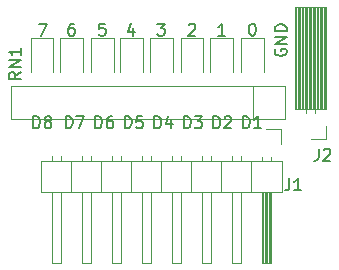
<source format=gbr>
%TF.GenerationSoftware,KiCad,Pcbnew,(5.1.9)-1*%
%TF.CreationDate,2021-02-03T22:13:17-05:00*%
%TF.ProjectId,NerdConsole_BreadBoard_VertMonitor8,4e657264-436f-46e7-936f-6c655f427265,rev?*%
%TF.SameCoordinates,Original*%
%TF.FileFunction,Legend,Top*%
%TF.FilePolarity,Positive*%
%FSLAX46Y46*%
G04 Gerber Fmt 4.6, Leading zero omitted, Abs format (unit mm)*
G04 Created by KiCad (PCBNEW (5.1.9)-1) date 2021-02-03 22:13:17*
%MOMM*%
%LPD*%
G01*
G04 APERTURE LIST*
%ADD10C,0.150000*%
%ADD11C,0.120000*%
G04 APERTURE END LIST*
D10*
X152250000Y-76011904D02*
X152202380Y-76107142D01*
X152202380Y-76250000D01*
X152250000Y-76392857D01*
X152345238Y-76488095D01*
X152440476Y-76535714D01*
X152630952Y-76583333D01*
X152773809Y-76583333D01*
X152964285Y-76535714D01*
X153059523Y-76488095D01*
X153154761Y-76392857D01*
X153202380Y-76250000D01*
X153202380Y-76154761D01*
X153154761Y-76011904D01*
X153107142Y-75964285D01*
X152773809Y-75964285D01*
X152773809Y-76154761D01*
X153202380Y-75535714D02*
X152202380Y-75535714D01*
X153202380Y-74964285D01*
X152202380Y-74964285D01*
X153202380Y-74488095D02*
X152202380Y-74488095D01*
X152202380Y-74250000D01*
X152250000Y-74107142D01*
X152345238Y-74011904D01*
X152440476Y-73964285D01*
X152630952Y-73916666D01*
X152773809Y-73916666D01*
X152964285Y-73964285D01*
X153059523Y-74011904D01*
X153154761Y-74107142D01*
X153202380Y-74250000D01*
X153202380Y-74488095D01*
X137838095Y-73852380D02*
X137361904Y-73852380D01*
X137314285Y-74328571D01*
X137361904Y-74280952D01*
X137457142Y-74233333D01*
X137695238Y-74233333D01*
X137790476Y-74280952D01*
X137838095Y-74328571D01*
X137885714Y-74423809D01*
X137885714Y-74661904D01*
X137838095Y-74757142D01*
X137790476Y-74804761D01*
X137695238Y-74852380D01*
X137457142Y-74852380D01*
X137361904Y-74804761D01*
X137314285Y-74757142D01*
X140240476Y-74185714D02*
X140240476Y-74852380D01*
X140002380Y-73804761D02*
X139764285Y-74519047D01*
X140383333Y-74519047D01*
X142266666Y-73852380D02*
X142885714Y-73852380D01*
X142552380Y-74233333D01*
X142695238Y-74233333D01*
X142790476Y-74280952D01*
X142838095Y-74328571D01*
X142885714Y-74423809D01*
X142885714Y-74661904D01*
X142838095Y-74757142D01*
X142790476Y-74804761D01*
X142695238Y-74852380D01*
X142409523Y-74852380D01*
X142314285Y-74804761D01*
X142266666Y-74757142D01*
X144914285Y-73947619D02*
X144961904Y-73900000D01*
X145057142Y-73852380D01*
X145295238Y-73852380D01*
X145390476Y-73900000D01*
X145438095Y-73947619D01*
X145485714Y-74042857D01*
X145485714Y-74138095D01*
X145438095Y-74280952D01*
X144866666Y-74852380D01*
X145485714Y-74852380D01*
X147985714Y-74852380D02*
X147414285Y-74852380D01*
X147700000Y-74852380D02*
X147700000Y-73852380D01*
X147604761Y-73995238D01*
X147509523Y-74090476D01*
X147414285Y-74138095D01*
X132216666Y-73852380D02*
X132883333Y-73852380D01*
X132454761Y-74852380D01*
X135190476Y-73852380D02*
X135000000Y-73852380D01*
X134904761Y-73900000D01*
X134857142Y-73947619D01*
X134761904Y-74090476D01*
X134714285Y-74280952D01*
X134714285Y-74661904D01*
X134761904Y-74757142D01*
X134809523Y-74804761D01*
X134904761Y-74852380D01*
X135095238Y-74852380D01*
X135190476Y-74804761D01*
X135238095Y-74757142D01*
X135285714Y-74661904D01*
X135285714Y-74423809D01*
X135238095Y-74328571D01*
X135190476Y-74280952D01*
X135095238Y-74233333D01*
X134904761Y-74233333D01*
X134809523Y-74280952D01*
X134761904Y-74328571D01*
X134714285Y-74423809D01*
X150252380Y-73852380D02*
X150347619Y-73852380D01*
X150442857Y-73900000D01*
X150490476Y-73947619D01*
X150538095Y-74042857D01*
X150585714Y-74233333D01*
X150585714Y-74471428D01*
X150538095Y-74661904D01*
X150490476Y-74757142D01*
X150442857Y-74804761D01*
X150347619Y-74852380D01*
X150252380Y-74852380D01*
X150157142Y-74804761D01*
X150109523Y-74757142D01*
X150061904Y-74661904D01*
X150014285Y-74471428D01*
X150014285Y-74233333D01*
X150061904Y-74042857D01*
X150109523Y-73947619D01*
X150157142Y-73900000D01*
X150252380Y-73852380D01*
D11*
%TO.C,D1*%
X151260000Y-77900000D02*
X151260000Y-75040000D01*
X151260000Y-75040000D02*
X149340000Y-75040000D01*
X149340000Y-75040000D02*
X149340000Y-77900000D01*
%TO.C,D2*%
X146740000Y-75040000D02*
X146740000Y-77900000D01*
X148660000Y-75040000D02*
X146740000Y-75040000D01*
X148660000Y-77900000D02*
X148660000Y-75040000D01*
%TO.C,D3*%
X146160000Y-77900000D02*
X146160000Y-75040000D01*
X146160000Y-75040000D02*
X144240000Y-75040000D01*
X144240000Y-75040000D02*
X144240000Y-77900000D01*
%TO.C,D4*%
X141640000Y-75040000D02*
X141640000Y-77900000D01*
X143560000Y-75040000D02*
X141640000Y-75040000D01*
X143560000Y-77900000D02*
X143560000Y-75040000D01*
%TO.C,D5*%
X141060000Y-77900000D02*
X141060000Y-75040000D01*
X141060000Y-75040000D02*
X139140000Y-75040000D01*
X139140000Y-75040000D02*
X139140000Y-77900000D01*
%TO.C,D6*%
X136640000Y-75040000D02*
X136640000Y-77900000D01*
X138560000Y-75040000D02*
X136640000Y-75040000D01*
X138560000Y-77900000D02*
X138560000Y-75040000D01*
%TO.C,D7*%
X135960000Y-77900000D02*
X135960000Y-75040000D01*
X135960000Y-75040000D02*
X134040000Y-75040000D01*
X134040000Y-75040000D02*
X134040000Y-77900000D01*
%TO.C,D8*%
X131540000Y-75040000D02*
X131540000Y-77900000D01*
X133460000Y-75040000D02*
X131540000Y-75040000D01*
X133460000Y-77900000D02*
X133460000Y-75040000D01*
%TO.C,J1*%
X152770000Y-82730000D02*
X152770000Y-84000000D01*
X151500000Y-82730000D02*
X152770000Y-82730000D01*
X133340000Y-85042929D02*
X133340000Y-85440000D01*
X134100000Y-85042929D02*
X134100000Y-85440000D01*
X133340000Y-94100000D02*
X133340000Y-88100000D01*
X134100000Y-94100000D02*
X133340000Y-94100000D01*
X134100000Y-88100000D02*
X134100000Y-94100000D01*
X134990000Y-85440000D02*
X134990000Y-88100000D01*
X135880000Y-85042929D02*
X135880000Y-85440000D01*
X136640000Y-85042929D02*
X136640000Y-85440000D01*
X135880000Y-94100000D02*
X135880000Y-88100000D01*
X136640000Y-94100000D02*
X135880000Y-94100000D01*
X136640000Y-88100000D02*
X136640000Y-94100000D01*
X137530000Y-85440000D02*
X137530000Y-88100000D01*
X138420000Y-85042929D02*
X138420000Y-85440000D01*
X139180000Y-85042929D02*
X139180000Y-85440000D01*
X138420000Y-94100000D02*
X138420000Y-88100000D01*
X139180000Y-94100000D02*
X138420000Y-94100000D01*
X139180000Y-88100000D02*
X139180000Y-94100000D01*
X140070000Y-85440000D02*
X140070000Y-88100000D01*
X140960000Y-85042929D02*
X140960000Y-85440000D01*
X141720000Y-85042929D02*
X141720000Y-85440000D01*
X140960000Y-94100000D02*
X140960000Y-88100000D01*
X141720000Y-94100000D02*
X140960000Y-94100000D01*
X141720000Y-88100000D02*
X141720000Y-94100000D01*
X142610000Y-85440000D02*
X142610000Y-88100000D01*
X143500000Y-85042929D02*
X143500000Y-85440000D01*
X144260000Y-85042929D02*
X144260000Y-85440000D01*
X143500000Y-94100000D02*
X143500000Y-88100000D01*
X144260000Y-94100000D02*
X143500000Y-94100000D01*
X144260000Y-88100000D02*
X144260000Y-94100000D01*
X145150000Y-85440000D02*
X145150000Y-88100000D01*
X146040000Y-85042929D02*
X146040000Y-85440000D01*
X146800000Y-85042929D02*
X146800000Y-85440000D01*
X146040000Y-94100000D02*
X146040000Y-88100000D01*
X146800000Y-94100000D02*
X146040000Y-94100000D01*
X146800000Y-88100000D02*
X146800000Y-94100000D01*
X147690000Y-85440000D02*
X147690000Y-88100000D01*
X148580000Y-85042929D02*
X148580000Y-85440000D01*
X149340000Y-85042929D02*
X149340000Y-85440000D01*
X148580000Y-94100000D02*
X148580000Y-88100000D01*
X149340000Y-94100000D02*
X148580000Y-94100000D01*
X149340000Y-88100000D02*
X149340000Y-94100000D01*
X150230000Y-85440000D02*
X150230000Y-88100000D01*
X151120000Y-85110000D02*
X151120000Y-85440000D01*
X151880000Y-85110000D02*
X151880000Y-85440000D01*
X151220000Y-88100000D02*
X151220000Y-94100000D01*
X151340000Y-88100000D02*
X151340000Y-94100000D01*
X151460000Y-88100000D02*
X151460000Y-94100000D01*
X151580000Y-88100000D02*
X151580000Y-94100000D01*
X151700000Y-88100000D02*
X151700000Y-94100000D01*
X151820000Y-88100000D02*
X151820000Y-94100000D01*
X151120000Y-94100000D02*
X151120000Y-88100000D01*
X151880000Y-94100000D02*
X151120000Y-94100000D01*
X151880000Y-88100000D02*
X151880000Y-94100000D01*
X152830000Y-88100000D02*
X152830000Y-85440000D01*
X132390000Y-88100000D02*
X152830000Y-88100000D01*
X132390000Y-85440000D02*
X132390000Y-88100000D01*
X152830000Y-85440000D02*
X132390000Y-85440000D01*
%TO.C,J2*%
X156580000Y-82500000D02*
X156580000Y-83610000D01*
X156580000Y-83610000D02*
X155250000Y-83610000D01*
X156580000Y-72410000D02*
X153920000Y-72410000D01*
X153920000Y-72410000D02*
X153920000Y-81040000D01*
X156580000Y-81040000D02*
X153920000Y-81040000D01*
X156580000Y-72410000D02*
X156580000Y-81040000D01*
X154890000Y-81040000D02*
X154890000Y-81390000D01*
X155610000Y-81040000D02*
X155610000Y-81390000D01*
X154035445Y-72410000D02*
X154035445Y-81040000D01*
X154150900Y-72410000D02*
X154150900Y-81040000D01*
X154266355Y-72410000D02*
X154266355Y-81040000D01*
X154381810Y-72410000D02*
X154381810Y-81040000D01*
X154497265Y-72410000D02*
X154497265Y-81040000D01*
X154612720Y-72410000D02*
X154612720Y-81040000D01*
X154728175Y-72410000D02*
X154728175Y-81040000D01*
X154843630Y-72410000D02*
X154843630Y-81040000D01*
X154959085Y-72410000D02*
X154959085Y-81040000D01*
X155074540Y-72410000D02*
X155074540Y-81040000D01*
X155189995Y-72410000D02*
X155189995Y-81040000D01*
X155305450Y-72410000D02*
X155305450Y-81040000D01*
X155420905Y-72410000D02*
X155420905Y-81040000D01*
X155536360Y-72410000D02*
X155536360Y-81040000D01*
X155651815Y-72410000D02*
X155651815Y-81040000D01*
X155767270Y-72410000D02*
X155767270Y-81040000D01*
X155882725Y-72410000D02*
X155882725Y-81040000D01*
X155998180Y-72410000D02*
X155998180Y-81040000D01*
X156113635Y-72410000D02*
X156113635Y-81040000D01*
X156229090Y-72410000D02*
X156229090Y-81040000D01*
X156344545Y-72410000D02*
X156344545Y-81040000D01*
X156460000Y-72410000D02*
X156460000Y-81040000D01*
%TO.C,RN1*%
X150330000Y-81900000D02*
X150330000Y-79100000D01*
X129840000Y-81900000D02*
X153040000Y-81900000D01*
X129840000Y-79100000D02*
X129840000Y-81900000D01*
X153040000Y-79100000D02*
X129840000Y-79100000D01*
X153040000Y-81900000D02*
X153040000Y-79100000D01*
%TO.C,D1*%
D10*
X149511904Y-82702380D02*
X149511904Y-81702380D01*
X149750000Y-81702380D01*
X149892857Y-81750000D01*
X149988095Y-81845238D01*
X150035714Y-81940476D01*
X150083333Y-82130952D01*
X150083333Y-82273809D01*
X150035714Y-82464285D01*
X149988095Y-82559523D01*
X149892857Y-82654761D01*
X149750000Y-82702380D01*
X149511904Y-82702380D01*
X151035714Y-82702380D02*
X150464285Y-82702380D01*
X150750000Y-82702380D02*
X150750000Y-81702380D01*
X150654761Y-81845238D01*
X150559523Y-81940476D01*
X150464285Y-81988095D01*
%TO.C,D2*%
X147011904Y-82702380D02*
X147011904Y-81702380D01*
X147250000Y-81702380D01*
X147392857Y-81750000D01*
X147488095Y-81845238D01*
X147535714Y-81940476D01*
X147583333Y-82130952D01*
X147583333Y-82273809D01*
X147535714Y-82464285D01*
X147488095Y-82559523D01*
X147392857Y-82654761D01*
X147250000Y-82702380D01*
X147011904Y-82702380D01*
X147964285Y-81797619D02*
X148011904Y-81750000D01*
X148107142Y-81702380D01*
X148345238Y-81702380D01*
X148440476Y-81750000D01*
X148488095Y-81797619D01*
X148535714Y-81892857D01*
X148535714Y-81988095D01*
X148488095Y-82130952D01*
X147916666Y-82702380D01*
X148535714Y-82702380D01*
%TO.C,D3*%
X144511904Y-82702380D02*
X144511904Y-81702380D01*
X144750000Y-81702380D01*
X144892857Y-81750000D01*
X144988095Y-81845238D01*
X145035714Y-81940476D01*
X145083333Y-82130952D01*
X145083333Y-82273809D01*
X145035714Y-82464285D01*
X144988095Y-82559523D01*
X144892857Y-82654761D01*
X144750000Y-82702380D01*
X144511904Y-82702380D01*
X145416666Y-81702380D02*
X146035714Y-81702380D01*
X145702380Y-82083333D01*
X145845238Y-82083333D01*
X145940476Y-82130952D01*
X145988095Y-82178571D01*
X146035714Y-82273809D01*
X146035714Y-82511904D01*
X145988095Y-82607142D01*
X145940476Y-82654761D01*
X145845238Y-82702380D01*
X145559523Y-82702380D01*
X145464285Y-82654761D01*
X145416666Y-82607142D01*
%TO.C,D4*%
X142011904Y-82702380D02*
X142011904Y-81702380D01*
X142250000Y-81702380D01*
X142392857Y-81750000D01*
X142488095Y-81845238D01*
X142535714Y-81940476D01*
X142583333Y-82130952D01*
X142583333Y-82273809D01*
X142535714Y-82464285D01*
X142488095Y-82559523D01*
X142392857Y-82654761D01*
X142250000Y-82702380D01*
X142011904Y-82702380D01*
X143440476Y-82035714D02*
X143440476Y-82702380D01*
X143202380Y-81654761D02*
X142964285Y-82369047D01*
X143583333Y-82369047D01*
%TO.C,D5*%
X139511904Y-82702380D02*
X139511904Y-81702380D01*
X139750000Y-81702380D01*
X139892857Y-81750000D01*
X139988095Y-81845238D01*
X140035714Y-81940476D01*
X140083333Y-82130952D01*
X140083333Y-82273809D01*
X140035714Y-82464285D01*
X139988095Y-82559523D01*
X139892857Y-82654761D01*
X139750000Y-82702380D01*
X139511904Y-82702380D01*
X140988095Y-81702380D02*
X140511904Y-81702380D01*
X140464285Y-82178571D01*
X140511904Y-82130952D01*
X140607142Y-82083333D01*
X140845238Y-82083333D01*
X140940476Y-82130952D01*
X140988095Y-82178571D01*
X141035714Y-82273809D01*
X141035714Y-82511904D01*
X140988095Y-82607142D01*
X140940476Y-82654761D01*
X140845238Y-82702380D01*
X140607142Y-82702380D01*
X140511904Y-82654761D01*
X140464285Y-82607142D01*
%TO.C,D6*%
X137011904Y-82702380D02*
X137011904Y-81702380D01*
X137250000Y-81702380D01*
X137392857Y-81750000D01*
X137488095Y-81845238D01*
X137535714Y-81940476D01*
X137583333Y-82130952D01*
X137583333Y-82273809D01*
X137535714Y-82464285D01*
X137488095Y-82559523D01*
X137392857Y-82654761D01*
X137250000Y-82702380D01*
X137011904Y-82702380D01*
X138440476Y-81702380D02*
X138250000Y-81702380D01*
X138154761Y-81750000D01*
X138107142Y-81797619D01*
X138011904Y-81940476D01*
X137964285Y-82130952D01*
X137964285Y-82511904D01*
X138011904Y-82607142D01*
X138059523Y-82654761D01*
X138154761Y-82702380D01*
X138345238Y-82702380D01*
X138440476Y-82654761D01*
X138488095Y-82607142D01*
X138535714Y-82511904D01*
X138535714Y-82273809D01*
X138488095Y-82178571D01*
X138440476Y-82130952D01*
X138345238Y-82083333D01*
X138154761Y-82083333D01*
X138059523Y-82130952D01*
X138011904Y-82178571D01*
X137964285Y-82273809D01*
%TO.C,D7*%
X134511904Y-82702380D02*
X134511904Y-81702380D01*
X134750000Y-81702380D01*
X134892857Y-81750000D01*
X134988095Y-81845238D01*
X135035714Y-81940476D01*
X135083333Y-82130952D01*
X135083333Y-82273809D01*
X135035714Y-82464285D01*
X134988095Y-82559523D01*
X134892857Y-82654761D01*
X134750000Y-82702380D01*
X134511904Y-82702380D01*
X135416666Y-81702380D02*
X136083333Y-81702380D01*
X135654761Y-82702380D01*
%TO.C,D8*%
X131761904Y-82702380D02*
X131761904Y-81702380D01*
X132000000Y-81702380D01*
X132142857Y-81750000D01*
X132238095Y-81845238D01*
X132285714Y-81940476D01*
X132333333Y-82130952D01*
X132333333Y-82273809D01*
X132285714Y-82464285D01*
X132238095Y-82559523D01*
X132142857Y-82654761D01*
X132000000Y-82702380D01*
X131761904Y-82702380D01*
X132904761Y-82130952D02*
X132809523Y-82083333D01*
X132761904Y-82035714D01*
X132714285Y-81940476D01*
X132714285Y-81892857D01*
X132761904Y-81797619D01*
X132809523Y-81750000D01*
X132904761Y-81702380D01*
X133095238Y-81702380D01*
X133190476Y-81750000D01*
X133238095Y-81797619D01*
X133285714Y-81892857D01*
X133285714Y-81940476D01*
X133238095Y-82035714D01*
X133190476Y-82083333D01*
X133095238Y-82130952D01*
X132904761Y-82130952D01*
X132809523Y-82178571D01*
X132761904Y-82226190D01*
X132714285Y-82321428D01*
X132714285Y-82511904D01*
X132761904Y-82607142D01*
X132809523Y-82654761D01*
X132904761Y-82702380D01*
X133095238Y-82702380D01*
X133190476Y-82654761D01*
X133238095Y-82607142D01*
X133285714Y-82511904D01*
X133285714Y-82321428D01*
X133238095Y-82226190D01*
X133190476Y-82178571D01*
X133095238Y-82130952D01*
%TO.C,J1*%
X153436666Y-86952380D02*
X153436666Y-87666666D01*
X153389047Y-87809523D01*
X153293809Y-87904761D01*
X153150952Y-87952380D01*
X153055714Y-87952380D01*
X154436666Y-87952380D02*
X153865238Y-87952380D01*
X154150952Y-87952380D02*
X154150952Y-86952380D01*
X154055714Y-87095238D01*
X153960476Y-87190476D01*
X153865238Y-87238095D01*
%TO.C,J2*%
X155916666Y-84452380D02*
X155916666Y-85166666D01*
X155869047Y-85309523D01*
X155773809Y-85404761D01*
X155630952Y-85452380D01*
X155535714Y-85452380D01*
X156345238Y-84547619D02*
X156392857Y-84500000D01*
X156488095Y-84452380D01*
X156726190Y-84452380D01*
X156821428Y-84500000D01*
X156869047Y-84547619D01*
X156916666Y-84642857D01*
X156916666Y-84738095D01*
X156869047Y-84880952D01*
X156297619Y-85452380D01*
X156916666Y-85452380D01*
%TO.C,RN1*%
X130702380Y-77940476D02*
X130226190Y-78273809D01*
X130702380Y-78511904D02*
X129702380Y-78511904D01*
X129702380Y-78130952D01*
X129750000Y-78035714D01*
X129797619Y-77988095D01*
X129892857Y-77940476D01*
X130035714Y-77940476D01*
X130130952Y-77988095D01*
X130178571Y-78035714D01*
X130226190Y-78130952D01*
X130226190Y-78511904D01*
X130702380Y-77511904D02*
X129702380Y-77511904D01*
X130702380Y-76940476D01*
X129702380Y-76940476D01*
X130702380Y-75940476D02*
X130702380Y-76511904D01*
X130702380Y-76226190D02*
X129702380Y-76226190D01*
X129845238Y-76321428D01*
X129940476Y-76416666D01*
X129988095Y-76511904D01*
%TD*%
M02*

</source>
